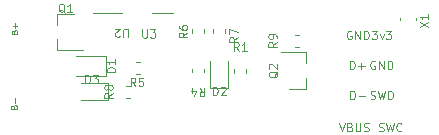
<source format=gto>
G04 #@! TF.GenerationSoftware,KiCad,Pcbnew,(5.1.5-0-10_14)*
G04 #@! TF.CreationDate,2020-11-04T07:04:41-07:00*
G04 #@! TF.ProjectId,NumDisciplineBLE,4e756d44-6973-4636-9970-6c696e65424c,rev?*
G04 #@! TF.SameCoordinates,Original*
G04 #@! TF.FileFunction,Legend,Top*
G04 #@! TF.FilePolarity,Positive*
%FSLAX46Y46*%
G04 Gerber Fmt 4.6, Leading zero omitted, Abs format (unit mm)*
G04 Created by KiCad (PCBNEW (5.1.5-0-10_14)) date 2020-11-04 07:04:41*
%MOMM*%
%LPD*%
G04 APERTURE LIST*
%ADD10C,0.120000*%
%ADD11C,0.080000*%
G04 APERTURE END LIST*
D10*
X101195000Y-39585000D02*
X101195000Y-37885000D01*
X101195000Y-37885000D02*
X98645000Y-37885000D01*
X101195000Y-39585000D02*
X98645000Y-39585000D01*
D11*
X109476000Y-39278779D02*
X109476000Y-38953221D01*
X108456000Y-39278779D02*
X108456000Y-38953221D01*
X106818000Y-34204000D02*
X105018000Y-34204000D01*
X126046000Y-34860000D02*
X126046000Y-34660000D01*
X127446000Y-34860000D02*
X127446000Y-34660000D01*
X111479000Y-40575500D02*
X111479000Y-38290500D01*
X110009000Y-40575500D02*
X111479000Y-40575500D01*
X110009000Y-38290500D02*
X110009000Y-40575500D01*
X101332500Y-40159000D02*
X99047500Y-40159000D01*
X101332500Y-41629000D02*
X101332500Y-40159000D01*
X99047500Y-41629000D02*
X101332500Y-41629000D01*
X102500000Y-34204000D02*
X100050000Y-34204000D01*
X117159221Y-37086000D02*
X117484779Y-37086000D01*
X117159221Y-36066000D02*
X117484779Y-36066000D01*
X102859221Y-40384000D02*
X103184779Y-40384000D01*
X102859221Y-41404000D02*
X103184779Y-41404000D01*
X97030000Y-34290000D02*
X97030000Y-35220000D01*
X97028000Y-37338000D02*
X97028000Y-36408000D01*
X97030000Y-37338000D02*
X99190000Y-37338000D01*
X97030000Y-34290000D02*
X98490000Y-34290000D01*
X112012000Y-38978721D02*
X112012000Y-39304279D01*
X113032000Y-38978721D02*
X113032000Y-39304279D01*
X118108000Y-40696000D02*
X116648000Y-40696000D01*
X118108000Y-37536000D02*
X115948000Y-37536000D01*
X118108000Y-37536000D02*
X118108000Y-38466000D01*
X118108000Y-40696000D02*
X118108000Y-39766000D01*
X104022779Y-39372000D02*
X103697221Y-39372000D01*
X104022779Y-38352000D02*
X103697221Y-38352000D01*
X109476000Y-35625721D02*
X109476000Y-35951279D01*
X108456000Y-35625721D02*
X108456000Y-35951279D01*
X111254000Y-35951279D02*
X111254000Y-35625721D01*
X110234000Y-35951279D02*
X110234000Y-35625721D01*
X93402285Y-35833809D02*
X93426095Y-35762380D01*
X93449904Y-35738571D01*
X93497523Y-35714761D01*
X93568952Y-35714761D01*
X93616571Y-35738571D01*
X93640380Y-35762380D01*
X93664190Y-35810000D01*
X93664190Y-36000476D01*
X93164190Y-36000476D01*
X93164190Y-35833809D01*
X93188000Y-35786190D01*
X93211809Y-35762380D01*
X93259428Y-35738571D01*
X93307047Y-35738571D01*
X93354666Y-35762380D01*
X93378476Y-35786190D01*
X93402285Y-35833809D01*
X93402285Y-36000476D01*
X93473714Y-35500476D02*
X93473714Y-35119523D01*
X93664190Y-35310000D02*
X93283238Y-35310000D01*
X93352285Y-42183809D02*
X93376095Y-42112380D01*
X93399904Y-42088571D01*
X93447523Y-42064761D01*
X93518952Y-42064761D01*
X93566571Y-42088571D01*
X93590380Y-42112380D01*
X93614190Y-42160000D01*
X93614190Y-42350476D01*
X93114190Y-42350476D01*
X93114190Y-42183809D01*
X93138000Y-42136190D01*
X93161809Y-42112380D01*
X93209428Y-42088571D01*
X93257047Y-42088571D01*
X93304666Y-42112380D01*
X93328476Y-42136190D01*
X93352285Y-42183809D01*
X93352285Y-42350476D01*
X93423714Y-41850476D02*
X93423714Y-41469523D01*
X93352285Y-42183809D02*
X93376095Y-42112380D01*
X93399904Y-42088571D01*
X93447523Y-42064761D01*
X93518952Y-42064761D01*
X93566571Y-42088571D01*
X93590380Y-42112380D01*
X93614190Y-42160000D01*
X93614190Y-42350476D01*
X93114190Y-42350476D01*
X93114190Y-42183809D01*
X93138000Y-42136190D01*
X93161809Y-42112380D01*
X93209428Y-42088571D01*
X93257047Y-42088571D01*
X93304666Y-42112380D01*
X93328476Y-42136190D01*
X93352285Y-42183809D01*
X93352285Y-42350476D01*
X93423714Y-41850476D02*
X93423714Y-41469523D01*
X93402285Y-35833809D02*
X93426095Y-35762380D01*
X93449904Y-35738571D01*
X93497523Y-35714761D01*
X93568952Y-35714761D01*
X93616571Y-35738571D01*
X93640380Y-35762380D01*
X93664190Y-35810000D01*
X93664190Y-36000476D01*
X93164190Y-36000476D01*
X93164190Y-35833809D01*
X93188000Y-35786190D01*
X93211809Y-35762380D01*
X93259428Y-35738571D01*
X93307047Y-35738571D01*
X93354666Y-35762380D01*
X93378476Y-35786190D01*
X93402285Y-35833809D01*
X93402285Y-36000476D01*
X93473714Y-35500476D02*
X93473714Y-35119523D01*
X93664190Y-35310000D02*
X93283238Y-35310000D01*
X101932166Y-39230066D02*
X101232166Y-39230066D01*
X101232166Y-39063400D01*
X101265500Y-38963400D01*
X101332166Y-38896733D01*
X101398833Y-38863400D01*
X101532166Y-38830066D01*
X101632166Y-38830066D01*
X101765500Y-38863400D01*
X101832166Y-38896733D01*
X101898833Y-38963400D01*
X101932166Y-39063400D01*
X101932166Y-39230066D01*
X101932166Y-38163400D02*
X101932166Y-38563400D01*
X101932166Y-38363400D02*
X101232166Y-38363400D01*
X101332166Y-38430066D01*
X101398833Y-38496733D01*
X101432166Y-38563400D01*
X109082666Y-40577333D02*
X109316000Y-40910666D01*
X109482666Y-40577333D02*
X109482666Y-41277333D01*
X109216000Y-41277333D01*
X109149333Y-41244000D01*
X109116000Y-41210666D01*
X109082666Y-41144000D01*
X109082666Y-41044000D01*
X109116000Y-40977333D01*
X109149333Y-40944000D01*
X109216000Y-40910666D01*
X109482666Y-40910666D01*
X108482666Y-41044000D02*
X108482666Y-40577333D01*
X108649333Y-41310666D02*
X108816000Y-40810666D01*
X108382666Y-40810666D01*
X104242466Y-35623666D02*
X104242466Y-36190333D01*
X104275800Y-36257000D01*
X104309133Y-36290333D01*
X104375800Y-36323666D01*
X104509133Y-36323666D01*
X104575800Y-36290333D01*
X104609133Y-36257000D01*
X104642466Y-36190333D01*
X104642466Y-35623666D01*
X104909133Y-35623666D02*
X105342466Y-35623666D01*
X105109133Y-35890333D01*
X105209133Y-35890333D01*
X105275800Y-35923666D01*
X105309133Y-35957000D01*
X105342466Y-36023666D01*
X105342466Y-36190333D01*
X105309133Y-36257000D01*
X105275800Y-36290333D01*
X105209133Y-36323666D01*
X105009133Y-36323666D01*
X104942466Y-36290333D01*
X104909133Y-36257000D01*
X127751866Y-35440066D02*
X128451866Y-34973400D01*
X127751866Y-34973400D02*
X128451866Y-35440066D01*
X128451866Y-34340066D02*
X128451866Y-34740066D01*
X128451866Y-34540066D02*
X127751866Y-34540066D01*
X127851866Y-34606733D01*
X127918533Y-34673400D01*
X127951866Y-34740066D01*
X110227333Y-41185166D02*
X110227333Y-40485166D01*
X110394000Y-40485166D01*
X110494000Y-40518500D01*
X110560666Y-40585166D01*
X110594000Y-40651833D01*
X110627333Y-40785166D01*
X110627333Y-40885166D01*
X110594000Y-41018500D01*
X110560666Y-41085166D01*
X110494000Y-41151833D01*
X110394000Y-41185166D01*
X110227333Y-41185166D01*
X110894000Y-40551833D02*
X110927333Y-40518500D01*
X110994000Y-40485166D01*
X111160666Y-40485166D01*
X111227333Y-40518500D01*
X111260666Y-40551833D01*
X111294000Y-40618500D01*
X111294000Y-40685166D01*
X111260666Y-40785166D01*
X110860666Y-41185166D01*
X111294000Y-41185166D01*
X99414033Y-40194666D02*
X99414033Y-39494666D01*
X99580700Y-39494666D01*
X99680700Y-39528000D01*
X99747366Y-39594666D01*
X99780700Y-39661333D01*
X99814033Y-39794666D01*
X99814033Y-39894666D01*
X99780700Y-40028000D01*
X99747366Y-40094666D01*
X99680700Y-40161333D01*
X99580700Y-40194666D01*
X99414033Y-40194666D01*
X100047366Y-39494666D02*
X100480700Y-39494666D01*
X100247366Y-39761333D01*
X100347366Y-39761333D01*
X100414033Y-39794666D01*
X100447366Y-39828000D01*
X100480700Y-39894666D01*
X100480700Y-40061333D01*
X100447366Y-40128000D01*
X100414033Y-40161333D01*
X100347366Y-40194666D01*
X100147366Y-40194666D01*
X100080700Y-40161333D01*
X100047366Y-40128000D01*
X103022333Y-36258333D02*
X103022333Y-35691666D01*
X102989000Y-35625000D01*
X102955666Y-35591666D01*
X102889000Y-35558333D01*
X102755666Y-35558333D01*
X102689000Y-35591666D01*
X102655666Y-35625000D01*
X102622333Y-35691666D01*
X102622333Y-36258333D01*
X102322333Y-36191666D02*
X102289000Y-36225000D01*
X102222333Y-36258333D01*
X102055666Y-36258333D01*
X101989000Y-36225000D01*
X101955666Y-36191666D01*
X101922333Y-36125000D01*
X101922333Y-36058333D01*
X101955666Y-35958333D01*
X102355666Y-35558333D01*
X101922333Y-35558333D01*
X123676666Y-35752666D02*
X124110000Y-35752666D01*
X123876666Y-36019333D01*
X123976666Y-36019333D01*
X124043333Y-36052666D01*
X124076666Y-36086000D01*
X124110000Y-36152666D01*
X124110000Y-36319333D01*
X124076666Y-36386000D01*
X124043333Y-36419333D01*
X123976666Y-36452666D01*
X123776666Y-36452666D01*
X123710000Y-36419333D01*
X123676666Y-36386000D01*
X124343333Y-35986000D02*
X124510000Y-36452666D01*
X124676666Y-35986000D01*
X124876666Y-35752666D02*
X125310000Y-35752666D01*
X125076666Y-36019333D01*
X125176666Y-36019333D01*
X125243333Y-36052666D01*
X125276666Y-36086000D01*
X125310000Y-36152666D01*
X125310000Y-36319333D01*
X125276666Y-36386000D01*
X125243333Y-36419333D01*
X125176666Y-36452666D01*
X124976666Y-36452666D01*
X124910000Y-36419333D01*
X124876666Y-36386000D01*
X123942666Y-38326000D02*
X123876000Y-38292666D01*
X123776000Y-38292666D01*
X123676000Y-38326000D01*
X123609333Y-38392666D01*
X123576000Y-38459333D01*
X123542666Y-38592666D01*
X123542666Y-38692666D01*
X123576000Y-38826000D01*
X123609333Y-38892666D01*
X123676000Y-38959333D01*
X123776000Y-38992666D01*
X123842666Y-38992666D01*
X123942666Y-38959333D01*
X123976000Y-38926000D01*
X123976000Y-38692666D01*
X123842666Y-38692666D01*
X124276000Y-38992666D02*
X124276000Y-38292666D01*
X124676000Y-38992666D01*
X124676000Y-38292666D01*
X125009333Y-38992666D02*
X125009333Y-38292666D01*
X125176000Y-38292666D01*
X125276000Y-38326000D01*
X125342666Y-38392666D01*
X125376000Y-38459333D01*
X125409333Y-38592666D01*
X125409333Y-38692666D01*
X125376000Y-38826000D01*
X125342666Y-38892666D01*
X125276000Y-38959333D01*
X125176000Y-38992666D01*
X125009333Y-38992666D01*
X123560000Y-41499333D02*
X123660000Y-41532666D01*
X123826666Y-41532666D01*
X123893333Y-41499333D01*
X123926666Y-41466000D01*
X123960000Y-41399333D01*
X123960000Y-41332666D01*
X123926666Y-41266000D01*
X123893333Y-41232666D01*
X123826666Y-41199333D01*
X123693333Y-41166000D01*
X123626666Y-41132666D01*
X123593333Y-41099333D01*
X123560000Y-41032666D01*
X123560000Y-40966000D01*
X123593333Y-40899333D01*
X123626666Y-40866000D01*
X123693333Y-40832666D01*
X123860000Y-40832666D01*
X123960000Y-40866000D01*
X124193333Y-40832666D02*
X124360000Y-41532666D01*
X124493333Y-41032666D01*
X124626666Y-41532666D01*
X124793333Y-40832666D01*
X125060000Y-41532666D02*
X125060000Y-40832666D01*
X125226666Y-40832666D01*
X125326666Y-40866000D01*
X125393333Y-40932666D01*
X125426666Y-40999333D01*
X125460000Y-41132666D01*
X125460000Y-41232666D01*
X125426666Y-41366000D01*
X125393333Y-41432666D01*
X125326666Y-41499333D01*
X125226666Y-41532666D01*
X125060000Y-41532666D01*
X124272000Y-44225333D02*
X124372000Y-44258666D01*
X124538666Y-44258666D01*
X124605333Y-44225333D01*
X124638666Y-44192000D01*
X124672000Y-44125333D01*
X124672000Y-44058666D01*
X124638666Y-43992000D01*
X124605333Y-43958666D01*
X124538666Y-43925333D01*
X124405333Y-43892000D01*
X124338666Y-43858666D01*
X124305333Y-43825333D01*
X124272000Y-43758666D01*
X124272000Y-43692000D01*
X124305333Y-43625333D01*
X124338666Y-43592000D01*
X124405333Y-43558666D01*
X124572000Y-43558666D01*
X124672000Y-43592000D01*
X124905333Y-43558666D02*
X125072000Y-44258666D01*
X125205333Y-43758666D01*
X125338666Y-44258666D01*
X125505333Y-43558666D01*
X126172000Y-44192000D02*
X126138666Y-44225333D01*
X126038666Y-44258666D01*
X125972000Y-44258666D01*
X125872000Y-44225333D01*
X125805333Y-44158666D01*
X125772000Y-44092000D01*
X125738666Y-43958666D01*
X125738666Y-43858666D01*
X125772000Y-43725333D01*
X125805333Y-43658666D01*
X125872000Y-43592000D01*
X125972000Y-43558666D01*
X126038666Y-43558666D01*
X126138666Y-43592000D01*
X126172000Y-43625333D01*
X120890666Y-43558666D02*
X121124000Y-44258666D01*
X121357333Y-43558666D01*
X121824000Y-43892000D02*
X121924000Y-43925333D01*
X121957333Y-43958666D01*
X121990666Y-44025333D01*
X121990666Y-44125333D01*
X121957333Y-44192000D01*
X121924000Y-44225333D01*
X121857333Y-44258666D01*
X121590666Y-44258666D01*
X121590666Y-43558666D01*
X121824000Y-43558666D01*
X121890666Y-43592000D01*
X121924000Y-43625333D01*
X121957333Y-43692000D01*
X121957333Y-43758666D01*
X121924000Y-43825333D01*
X121890666Y-43858666D01*
X121824000Y-43892000D01*
X121590666Y-43892000D01*
X122290666Y-43558666D02*
X122290666Y-44125333D01*
X122324000Y-44192000D01*
X122357333Y-44225333D01*
X122424000Y-44258666D01*
X122557333Y-44258666D01*
X122624000Y-44225333D01*
X122657333Y-44192000D01*
X122690666Y-44125333D01*
X122690666Y-43558666D01*
X122990666Y-44225333D02*
X123090666Y-44258666D01*
X123257333Y-44258666D01*
X123324000Y-44225333D01*
X123357333Y-44192000D01*
X123390666Y-44125333D01*
X123390666Y-44058666D01*
X123357333Y-43992000D01*
X123324000Y-43958666D01*
X123257333Y-43925333D01*
X123124000Y-43892000D01*
X123057333Y-43858666D01*
X123024000Y-43825333D01*
X122990666Y-43758666D01*
X122990666Y-43692000D01*
X123024000Y-43625333D01*
X123057333Y-43592000D01*
X123124000Y-43558666D01*
X123290666Y-43558666D01*
X123390666Y-43592000D01*
X121861333Y-41532666D02*
X121861333Y-40832666D01*
X122028000Y-40832666D01*
X122128000Y-40866000D01*
X122194666Y-40932666D01*
X122228000Y-40999333D01*
X122261333Y-41132666D01*
X122261333Y-41232666D01*
X122228000Y-41366000D01*
X122194666Y-41432666D01*
X122128000Y-41499333D01*
X122028000Y-41532666D01*
X121861333Y-41532666D01*
X122561333Y-41266000D02*
X123094666Y-41266000D01*
X121827333Y-38992666D02*
X121827333Y-38292666D01*
X121994000Y-38292666D01*
X122094000Y-38326000D01*
X122160666Y-38392666D01*
X122194000Y-38459333D01*
X122227333Y-38592666D01*
X122227333Y-38692666D01*
X122194000Y-38826000D01*
X122160666Y-38892666D01*
X122094000Y-38959333D01*
X121994000Y-38992666D01*
X121827333Y-38992666D01*
X122527333Y-38726000D02*
X123060666Y-38726000D01*
X122794000Y-38992666D02*
X122794000Y-38459333D01*
X121944666Y-35786000D02*
X121878000Y-35752666D01*
X121778000Y-35752666D01*
X121678000Y-35786000D01*
X121611333Y-35852666D01*
X121578000Y-35919333D01*
X121544666Y-36052666D01*
X121544666Y-36152666D01*
X121578000Y-36286000D01*
X121611333Y-36352666D01*
X121678000Y-36419333D01*
X121778000Y-36452666D01*
X121844666Y-36452666D01*
X121944666Y-36419333D01*
X121978000Y-36386000D01*
X121978000Y-36152666D01*
X121844666Y-36152666D01*
X122278000Y-36452666D02*
X122278000Y-35752666D01*
X122678000Y-36452666D01*
X122678000Y-35752666D01*
X123011333Y-36452666D02*
X123011333Y-35752666D01*
X123178000Y-35752666D01*
X123278000Y-35786000D01*
X123344666Y-35852666D01*
X123378000Y-35919333D01*
X123411333Y-36052666D01*
X123411333Y-36152666D01*
X123378000Y-36286000D01*
X123344666Y-36352666D01*
X123278000Y-36419333D01*
X123178000Y-36452666D01*
X123011333Y-36452666D01*
X115606666Y-36692666D02*
X115273333Y-36926000D01*
X115606666Y-37092666D02*
X114906666Y-37092666D01*
X114906666Y-36826000D01*
X114940000Y-36759333D01*
X114973333Y-36726000D01*
X115040000Y-36692666D01*
X115140000Y-36692666D01*
X115206666Y-36726000D01*
X115240000Y-36759333D01*
X115273333Y-36826000D01*
X115273333Y-37092666D01*
X115606666Y-36359333D02*
X115606666Y-36226000D01*
X115573333Y-36159333D01*
X115540000Y-36126000D01*
X115440000Y-36059333D01*
X115306666Y-36026000D01*
X115040000Y-36026000D01*
X114973333Y-36059333D01*
X114940000Y-36092666D01*
X114906666Y-36159333D01*
X114906666Y-36292666D01*
X114940000Y-36359333D01*
X114973333Y-36392666D01*
X115040000Y-36426000D01*
X115206666Y-36426000D01*
X115273333Y-36392666D01*
X115306666Y-36359333D01*
X115340000Y-36292666D01*
X115340000Y-36159333D01*
X115306666Y-36092666D01*
X115273333Y-36059333D01*
X115206666Y-36026000D01*
X101731466Y-41010666D02*
X101398133Y-41244000D01*
X101731466Y-41410666D02*
X101031466Y-41410666D01*
X101031466Y-41144000D01*
X101064800Y-41077333D01*
X101098133Y-41044000D01*
X101164800Y-41010666D01*
X101264800Y-41010666D01*
X101331466Y-41044000D01*
X101364800Y-41077333D01*
X101398133Y-41144000D01*
X101398133Y-41410666D01*
X101331466Y-40610666D02*
X101298133Y-40677333D01*
X101264800Y-40710666D01*
X101198133Y-40744000D01*
X101164800Y-40744000D01*
X101098133Y-40710666D01*
X101064800Y-40677333D01*
X101031466Y-40610666D01*
X101031466Y-40477333D01*
X101064800Y-40410666D01*
X101098133Y-40377333D01*
X101164800Y-40344000D01*
X101198133Y-40344000D01*
X101264800Y-40377333D01*
X101298133Y-40410666D01*
X101331466Y-40477333D01*
X101331466Y-40610666D01*
X101364800Y-40677333D01*
X101398133Y-40710666D01*
X101464800Y-40744000D01*
X101598133Y-40744000D01*
X101664800Y-40710666D01*
X101698133Y-40677333D01*
X101731466Y-40610666D01*
X101731466Y-40477333D01*
X101698133Y-40410666D01*
X101664800Y-40377333D01*
X101598133Y-40344000D01*
X101464800Y-40344000D01*
X101398133Y-40377333D01*
X101364800Y-40410666D01*
X101331466Y-40477333D01*
X97653833Y-34212833D02*
X97587166Y-34179500D01*
X97520500Y-34112833D01*
X97420500Y-34012833D01*
X97353833Y-33979500D01*
X97287166Y-33979500D01*
X97320500Y-34146166D02*
X97253833Y-34112833D01*
X97187166Y-34046166D01*
X97153833Y-33912833D01*
X97153833Y-33679500D01*
X97187166Y-33546166D01*
X97253833Y-33479500D01*
X97320500Y-33446166D01*
X97453833Y-33446166D01*
X97520500Y-33479500D01*
X97587166Y-33546166D01*
X97620500Y-33679500D01*
X97620500Y-33912833D01*
X97587166Y-34046166D01*
X97520500Y-34112833D01*
X97453833Y-34146166D01*
X97320500Y-34146166D01*
X98287166Y-34146166D02*
X97887166Y-34146166D01*
X98087166Y-34146166D02*
X98087166Y-33446166D01*
X98020500Y-33546166D01*
X97953833Y-33612833D01*
X97887166Y-33646166D01*
X112407733Y-37426166D02*
X112174400Y-37092833D01*
X112007733Y-37426166D02*
X112007733Y-36726166D01*
X112274400Y-36726166D01*
X112341066Y-36759500D01*
X112374400Y-36792833D01*
X112407733Y-36859500D01*
X112407733Y-36959500D01*
X112374400Y-37026166D01*
X112341066Y-37059500D01*
X112274400Y-37092833D01*
X112007733Y-37092833D01*
X113074400Y-37426166D02*
X112674400Y-37426166D01*
X112874400Y-37426166D02*
X112874400Y-36726166D01*
X112807733Y-36826166D01*
X112741066Y-36892833D01*
X112674400Y-36926166D01*
X115699333Y-39182666D02*
X115666000Y-39249333D01*
X115599333Y-39316000D01*
X115499333Y-39416000D01*
X115466000Y-39482666D01*
X115466000Y-39549333D01*
X115632666Y-39516000D02*
X115599333Y-39582666D01*
X115532666Y-39649333D01*
X115399333Y-39682666D01*
X115166000Y-39682666D01*
X115032666Y-39649333D01*
X114966000Y-39582666D01*
X114932666Y-39516000D01*
X114932666Y-39382666D01*
X114966000Y-39316000D01*
X115032666Y-39249333D01*
X115166000Y-39216000D01*
X115399333Y-39216000D01*
X115532666Y-39249333D01*
X115599333Y-39316000D01*
X115632666Y-39382666D01*
X115632666Y-39516000D01*
X114999333Y-38949333D02*
X114966000Y-38916000D01*
X114932666Y-38849333D01*
X114932666Y-38682666D01*
X114966000Y-38616000D01*
X114999333Y-38582666D01*
X115066000Y-38549333D01*
X115132666Y-38549333D01*
X115232666Y-38582666D01*
X115632666Y-38982666D01*
X115632666Y-38549333D01*
X103652933Y-40417866D02*
X103419600Y-40084533D01*
X103252933Y-40417866D02*
X103252933Y-39717866D01*
X103519600Y-39717866D01*
X103586266Y-39751200D01*
X103619600Y-39784533D01*
X103652933Y-39851200D01*
X103652933Y-39951200D01*
X103619600Y-40017866D01*
X103586266Y-40051200D01*
X103519600Y-40084533D01*
X103252933Y-40084533D01*
X104286266Y-39717866D02*
X103952933Y-39717866D01*
X103919600Y-40051200D01*
X103952933Y-40017866D01*
X104019600Y-39984533D01*
X104186266Y-39984533D01*
X104252933Y-40017866D01*
X104286266Y-40051200D01*
X104319600Y-40117866D01*
X104319600Y-40284533D01*
X104286266Y-40351200D01*
X104252933Y-40384533D01*
X104186266Y-40417866D01*
X104019600Y-40417866D01*
X103952933Y-40384533D01*
X103919600Y-40351200D01*
X108043466Y-35910266D02*
X107710133Y-36143600D01*
X108043466Y-36310266D02*
X107343466Y-36310266D01*
X107343466Y-36043600D01*
X107376800Y-35976933D01*
X107410133Y-35943600D01*
X107476800Y-35910266D01*
X107576800Y-35910266D01*
X107643466Y-35943600D01*
X107676800Y-35976933D01*
X107710133Y-36043600D01*
X107710133Y-36310266D01*
X107343466Y-35310266D02*
X107343466Y-35443600D01*
X107376800Y-35510266D01*
X107410133Y-35543600D01*
X107510133Y-35610266D01*
X107643466Y-35643600D01*
X107910133Y-35643600D01*
X107976800Y-35610266D01*
X108010133Y-35576933D01*
X108043466Y-35510266D01*
X108043466Y-35376933D01*
X108010133Y-35310266D01*
X107976800Y-35276933D01*
X107910133Y-35243600D01*
X107743466Y-35243600D01*
X107676800Y-35276933D01*
X107643466Y-35310266D01*
X107610133Y-35376933D01*
X107610133Y-35510266D01*
X107643466Y-35576933D01*
X107676800Y-35610266D01*
X107743466Y-35643600D01*
X112299866Y-36280166D02*
X111966533Y-36513500D01*
X112299866Y-36680166D02*
X111599866Y-36680166D01*
X111599866Y-36413500D01*
X111633200Y-36346833D01*
X111666533Y-36313500D01*
X111733200Y-36280166D01*
X111833200Y-36280166D01*
X111899866Y-36313500D01*
X111933200Y-36346833D01*
X111966533Y-36413500D01*
X111966533Y-36680166D01*
X111599866Y-36046833D02*
X111599866Y-35580166D01*
X112299866Y-35880166D01*
M02*

</source>
